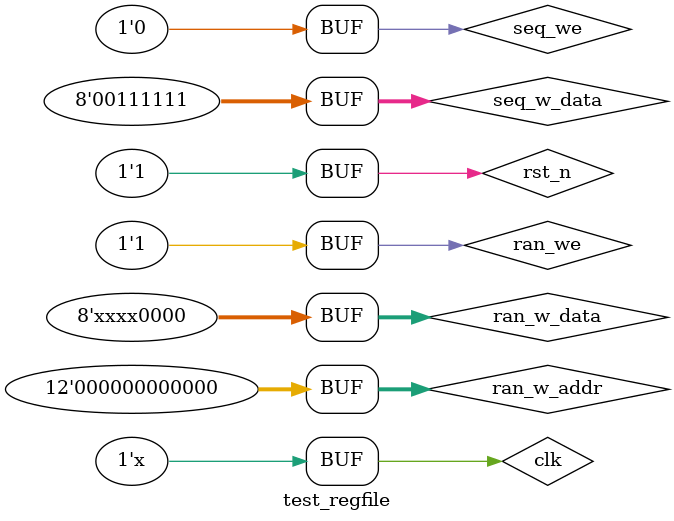
<source format=v>
`timescale 1ns / 1ps


module test_regfile(

    );

    reg clk;
    reg rst_n;

    reg seq_we;
    reg [7:0] seq_w_data;

    reg ran_we;
    reg [11:0] ran_w_addr;
    reg [7:0] ran_w_data;

    initial begin
        clk <= 0;
        rst_n <= 0;
        seq_we <= 0;
        seq_w_data <= 0;
        ran_we <= 0;
        ran_w_addr <= 0;
        ran_w_data <= 0;

        #15
        rst_n <= 1;

        #10
        seq_we <= 1;
        seq_w_data <= 8'b1111_0011;

        #10
        seq_w_data <= 8'b1001_1000;

        #10
        seq_w_data <= 8'b0011_1111;

        #10
        seq_we <= 0;

        #10
        ran_we <= 1;
        ran_w_addr <= 0;
        ran_w_data <= 8'bxxxx_0000;
    end

    always #5 clk = ~clk;

    regfile #(.DATA_WIDTH(8)) regfile_inst (
        .clk(clk),
        .rst_n(rst_n),
    
        // 顺序写
        .seq_we(seq_we),               // 顺序写使能
        .seq_w_data(seq_w_data),       // 顺序写数据

        // 随机写
        .ran_we(ran_we),                     // 随机写使能
        .ran_w_addr(ran_w_addr),             // 随机写读地址
        .ran_w_data(ran_w_data),             // 随机写数据

        // 支持顺序读和随机读
        .seq_re(1'b0),                       // 顺序读使能
        .seq_r_data(),                       // 顺序读数据
        .out_seq_r_addr(),                   // 顺序读数据的地址

        .ran_re(1'b0),                       // 随机读使能
        .ran_r_addr(),                       // 随机读地址
        .ran_r_data(),                       // 随机读数据
        .out_ran_r_addr()                    // 随机读数据的地址
    );
endmodule

</source>
